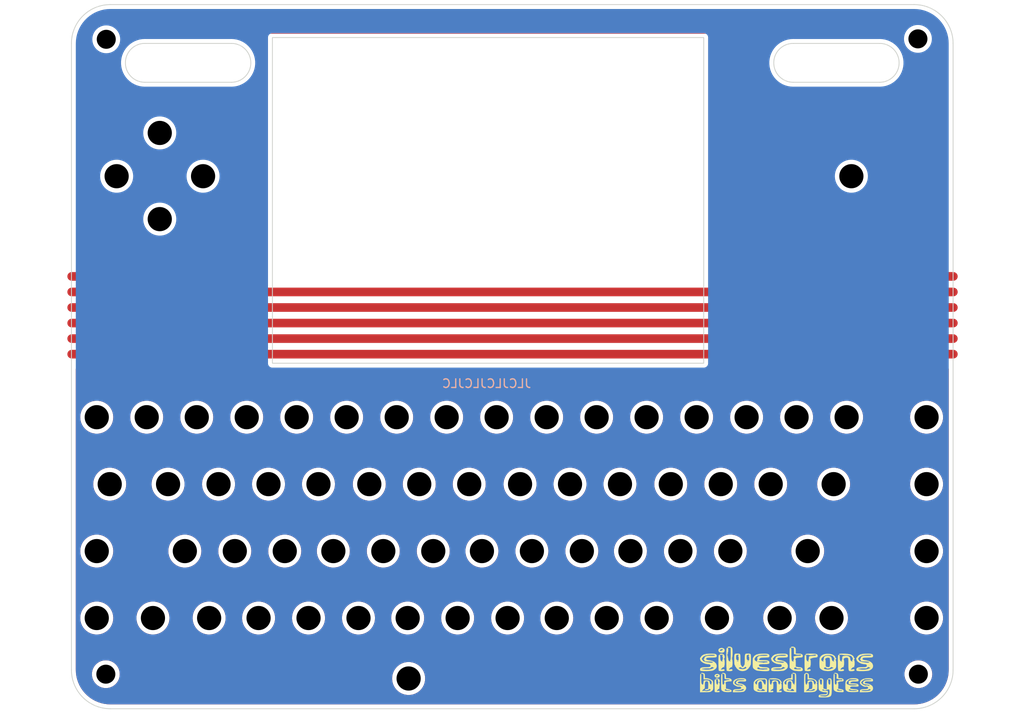
<source format=kicad_pcb>
(kicad_pcb (version 20211014) (generator pcbnew)
  (layers (0 "F.Cu" signal) (31 "B.Cu" signal) (34 "B.Paste" user) (35 "F.Paste" user) (36 "B.SilkS" user "B.Silkscreen") (37 "F.SilkS" user "F.Silkscreen") (38 "B.Mask" user) (39 "F.Mask" user) (44 "Edge.Cuts" user))
  (net 0 "")
  (footprint "Silvestron Components:64-mini-pewpew" (layer "F.Cu") (at 230 79.3)
    (fp_text reference "REF**" hide)
    (fp_text value "64-mini-pewpew")
    (fp_poly (pts (xy -1.702412 -4.688681) (xy -1.434872 -4.679255) (xy -1.278107 -4.657019) (xy -1.202845 -4.616633) (xy -1.179813 -4.552757) (xy -1.178667 -4.520736) (xy -1.193665 -4.433869) (xy -1.262053 -4.3829) (xy -1.418921 -4.358441) (xy -1.699363 -4.351103) (xy -1.813667 -4.350836) (xy -2.448667 -4.350836) (xy -2.448667 -4.053512) (xy -2.438414 -3.863146) (xy -2.375109 -3.778546) (xy -2.209933 -3.756852) (xy -2.11 -3.756188) (xy -1.888432 -3.74194) (xy -1.790508 -3.684354) (xy -1.771333 -3.586288) (xy -1.799734 -3.475133) (xy -1.914523 -3.426007) (xy -2.11 -3.416388) (xy -2.326836 -3.407387) (xy -2.4232 -3.35181) (xy -2.44791 -3.206797) (xy -2.448667 -3.119064) (xy -2.448667 -2.821739) (xy -1.813667 -2.821739) (xy -1.488999 -2.817727) (xy -1.298504 -2.799429) (xy -1.207088 -2.757457) (xy -1.179663 -2.682423) (xy -1.178667 -2.65184) (xy -1.189384 -2.577485) (xy -1.241051 -2.528679) (xy -1.36294 -2.500081) (xy -1.584323 -2.486351) (xy -1.934474 -2.482149) (xy -2.11 -2.48194) (xy -3.041333 -2.48194) (xy -3.041333 -4.690636) (xy -2.11 -4.690636)) (layer "F.Cu") (width 0) (fill solid))
    (fp_poly (pts (xy -0.308632 2.702839) (xy -0.083669 2.716146) (xy 0.036449 2.747108) (xy 0.083954 2.80291) (xy 0.091333 2.869899) (xy 0.151202 3.011877) (xy 0.260667 3.039799) (xy 0.377375 3.073058) (xy 0.424465 3.202898) (xy 0.43 3.337123) (xy 0.411058 3.542046) (xy 0.337111 3.624729) (xy 0.260667 3.634448) (xy 0.119162 3.694516) (xy 0.091333 3.804348) (xy 0.071121 3.902532) (xy -0.016268 3.953681) (xy -0.210965 3.972435) (xy -0.374333 3.974247) (xy -0.84 3.974247) (xy -0.84 4.908695) (xy -1.432667 4.908695) (xy -1.432667 3.337123) (xy -0.84 3.337123) (xy -0.829747 3.52749) (xy -0.766443 3.61209) (xy -0.601266 3.633783) (xy -0.501333 3.634448) (xy -0.284497 3.625447) (xy -0.188134 3.56987) (xy -0.163424 3.424857) (xy -0.162667 3.337123) (xy -0.17292 3.146757) (xy -0.236224 3.062157) (xy -0.401401 3.040464) (xy -0.501333 3.039799) (xy -0.71817 3.0488) (xy -0.814533 3.104377) (xy -0.839243 3.24939) (xy -0.84 3.337123) (xy -1.432667 3.337123) (xy -1.432667 2.7) (xy -0.670667 2.7)) (layer "F.Cu") (width 0) (fill solid))
    (fp_poly (pts (xy -4.118632 -4.687797) (xy -3.893669 -4.67449) (xy -3.773551 -4.643528) (xy -3.726046 -4.587726) (xy -3.718667 -4.520736) (xy -3.658798 -4.378759) (xy -3.549333 -4.350836) (xy -3.432625 -4.317577) (xy -3.385535 -4.187737) (xy -3.38 -4.053512) (xy -3.398942 -3.84859) (xy -3.472889 -3.765907) (xy -3.549333 -3.756188) (xy -3.690838 -3.696119) (xy -3.718667 -3.586288) (xy -3.738879 -3.488103) (xy -3.826268 -3.436955) (xy -4.020965 -3.4182) (xy -4.184333 -3.416388) (xy -4.65 -3.416388) (xy -4.65 -2.48194) (xy -5.242667 -2.48194) (xy -5.242667 -4.053512) (xy -4.65 -4.053512) (xy -4.639747 -3.863146) (xy -4.576443 -3.778546) (xy -4.411266 -3.756852) (xy -4.311333 -3.756188) (xy -4.094497 -3.765189) (xy -3.998134 -3.820766) (xy -3.973424 -3.965779) (xy -3.972667 -4.053512) (xy -3.98292 -4.243878) (xy -4.046224 -4.328478) (xy -4.211401 -4.350172) (xy -4.311333 -4.350836) (xy -4.52817 -4.341835) (xy -4.624533 -4.286258) (xy -4.649243 -4.141245) (xy -4.65 -4.053512) (xy -5.242667 -4.053512) (xy -5.242667 -4.690636) (xy -4.480667 -4.690636)) (layer "F.Cu") (width 0) (fill solid))
    (fp_poly (pts (xy 2.107588 2.701955) (xy 2.375128 2.71138) (xy 2.531893 2.733616) (xy 2.607155 2.774002) (xy 2.630187 2.837879) (xy 2.631333 2.869899) (xy 2.616335 2.956767) (xy 2.547947 3.007736) (xy 2.391079 3.032195) (xy 2.110637 3.039533) (xy 1.996333 3.039799) (xy 1.361333 3.039799) (xy 1.361333 3.337123) (xy 1.371586 3.52749) (xy 1.434891 3.61209) (xy 1.600067 3.633783) (xy 1.7 3.634448) (xy 1.921568 3.648695) (xy 2.019492 3.706282) (xy 2.038667 3.804348) (xy 2.010266 3.915502) (xy 1.895477 3.964628) (xy 1.7 3.974247) (xy 1.483164 3.983248) (xy 1.3868 4.038825) (xy 1.36209 4.183838) (xy 1.361333 4.271572) (xy 1.361333 4.568896) (xy 1.996333 4.568896) (xy 2.321001 4.572909) (xy 2.511496 4.591207) (xy 2.602912 4.633178) (xy 2.630337 4.708213) (xy 2.631333 4.738796) (xy 2.620616 4.81315) (xy 2.568949 4.861957) (xy 2.44706 4.890555) (xy 2.225677 4.904285) (xy 1.875526 4.908486) (xy 1.7 4.908695) (xy 0.768667 4.908695) (xy 0.768667 2.7) (xy 1.7 2.7)) (layer "F.Cu") (width 0) (fill solid))
    (fp_poly (pts (xy 3.478 3.337123) (xy 3.481999 3.662877) (xy 3.500236 3.85401) (xy 3.542068 3.94573) (xy 3.616852 3.973248) (xy 3.647333 3.974247) (xy 3.788837 3.914179) (xy 3.816667 3.804348) (xy 3.876535 3.66237) (xy 3.986 3.634448) (xy 4.127504 3.694516) (xy 4.155333 3.804348) (xy 4.208273 3.942713) (xy 4.282333 3.974247) (xy 4.349322 3.940872) (xy 4.388644 3.820265) (xy 4.406423 3.5817) (xy 4.409333 3.337123) (xy 4.409333 2.7) (xy 5.086667 2.7) (xy 5.086667 4.908695) (xy 4.748 4.908695) (xy 4.526432 4.894448) (xy 4.428507 4.836861) (xy 4.409333 4.738796) (xy 4.356394 4.60043) (xy 4.282333 4.568896) (xy 4.170085 4.500896) (xy 4.155333 4.441471) (xy 4.084747 4.337697) (xy 3.986 4.314047) (xy 3.848096 4.367163) (xy 3.816667 4.441471) (xy 3.74608 4.545245) (xy 3.647333 4.568896) (xy 3.505829 4.628965) (xy 3.478 4.738796) (xy 3.444852 4.855894) (xy 3.315444 4.903142) (xy 3.181667 4.908695) (xy 2.885333 4.908695) (xy 2.885333 2.7) (xy 3.478 2.7)) (layer "F.Cu") (width 0) (fill solid))
    (fp_poly (pts (xy -0.332 -4.053512) (xy -0.328001 -3.727759) (xy -0.309764 -3.536626) (xy -0.267932 -3.444905) (xy -0.193148 -3.417388) (xy -0.162667 -3.416388) (xy -0.021163 -3.476457) (xy 0.006667 -3.586288) (xy 0.066535 -3.728265) (xy 0.176 -3.756188) (xy 0.317504 -3.696119) (xy 0.345333 -3.586288) (xy 0.398273 -3.447922) (xy 0.472333 -3.416388) (xy 0.539322 -3.449763) (xy 0.578644 -3.57037) (xy 0.596423 -3.808935) (xy 0.599333 -4.053512) (xy 0.599333 -4.690636) (xy 1.276667 -4.690636) (xy 1.276667 -2.48194) (xy 0.938 -2.48194) (xy 0.716432 -2.496188) (xy 0.618507 -2.553774) (xy 0.599333 -2.65184) (xy 0.546394 -2.790205) (xy 0.472333 -2.821739) (xy 0.360085 -2.889739) (xy 0.345333 -2.949164) (xy 0.274747 -3.052938) (xy 0.176 -3.076589) (xy 0.038096 -3.023472) (xy 0.006667 -2.949164) (xy -0.06392 -2.84539) (xy -0.162667 -2.821739) (xy -0.304171 -2.761671) (xy -0.332 -2.65184) (xy -0.365148 -2.534741) (xy -0.494556 -2.487494) (xy -0.628333 -2.48194) (xy -0.924667 -2.48194) (xy -0.924667 -4.690636) (xy -0.332 -4.690636)) (layer "F.Cu") (width 0) (fill solid))
    (pad "" np_thru_hole circle (at 0 0) (size 2.8 2.8) (drill 2.8) (layers *.Mask))
  )
  (footprint "Silvestron Components:MountingHole_2.2mm_M2_NoPad" (layer "F.Cu") (at 237.7 63.4)
    (fp_text reference "REF**" hide)
    (fp_text value "MountingHole_2.2mm_M2_NoPad")
    (pad "" np_thru_hole circle (at 0 0) (size 2.6 2.6) (drill 2.2) (layers *.Mask))
  )
  (footprint "Silvestron Components:64-mini-dpad" (layer "F.Cu") (at 150 79.3)
    (fp_text reference "REF**" hide)
    (fp_text value "64-mini-dpad")
    (fp_circle (center 0 0) (end 1.4 0) (layer "F.Cu") (width 0.1) (fill solid))
    (fp_circle (center 0 0) (end 8.000005 0) (layer "F.Cu") (width 0.15) (fill none))
    (fp_poly (pts (xy 2.442851 2.336423) (xy 7.592851 2.336423) (xy 7.092851 3.536425) (xy 6.292852 4.786424) (xy 5.292851 5.886423) (xy 4.142851 6.736424) (xy 3.192852 7.236423) (xy 2.442851 7.486423)) (layer "F.Cu") (width 0.2) (fill solid))
    (fp_poly (pts (xy -2.407149 -2.400002) (xy -7.557149 -2.400002) (xy -7.057149 -3.600002) (xy -6.257149 -4.850002) (xy -5.257149 -5.950002) (xy -4.107149 -6.800002) (xy -3.157149 -7.300002) (xy -2.407149 -7.550002)) (layer "F.Cu") (width 0.2) (fill solid))
    (fp_poly (pts (xy -2.407149 2.399998) (xy -2.407149 7.549998) (xy -3.607151 7.049998) (xy -4.85715 6.249999) (xy -5.957149 5.249998) (xy -6.80715 4.099998) (xy -7.307149 3.149999) (xy -7.557149 2.399998)) (layer "F.Cu") (width 0.2) (fill solid))
    (fp_poly (pts (xy 2.382276 -2.437838) (xy 2.382276 -7.587838) (xy 3.582277 -7.087838) (xy 4.832277 -6.287838) (xy 5.932276 -5.287838) (xy 6.782276 -4.137838) (xy 7.282276 -3.187838) (xy 7.532276 -2.437838)) (layer "F.Cu") (width 0.2) (fill solid))
    (pad "" np_thru_hole circle (at -5 0) (size 2.8 2.8) (drill 2.8) (layers *.Mask))
    (pad "" np_thru_hole circle (at -0.010997 -5.008935) (size 2.8 2.8) (drill 2.8) (layers *.Mask))
    (pad "" np_thru_hole circle (at -0.010997 4.967116) (size 2.8 2.8) (drill 2.8) (layers *.Mask))
    (pad "" np_thru_hole circle (at 5 0) (size 2.8 2.8) (drill 2.8) (layers *.Mask))
  )
  (footprint "Silvestron Components:64-mini-keyboard" (layer "F.Cu") (at 190.75 100.15)
    (fp_text reference "REF**" hide)
    (fp_text value "64-mini-keyboard")
    (pad "" np_thru_hole circle (at 34.2 22.55) (size 2.8 2.8) (drill 2.8) (layers *.Mask))
    (pad "" np_thru_hole circle (at 27.13 7.05) (size 2.8 2.8) (drill 2.8) (layers *.Mask))
    (pad "" np_thru_hole circle (at -7.57 7.05) (size 2.8 2.8) (drill 2.8) (layers *.Mask))
    (pad "" np_thru_hole circle (at -46.55 14.8) (size 2.8 2.8) (drill 2.8) (layers *.Mask))
    (pad "" np_thru_hole circle (at -4.96 14.8) (size 2.8 2.8) (drill 2.8) (layers *.Mask))
    (pad "" np_thru_hole circle (at -22.400001 14.8) (size 2.8 2.8) (drill 2.8) (layers *.Mask))
    (pad "" np_thru_hole circle (at -33.96 14.8) (size 2.8 2.8) (drill 2.8) (layers *.Mask))
    (pad "" np_thru_hole circle (at -13.35 7.05) (size 2.8 2.8) (drill 2.8) (layers *.Mask))
    (pad "" np_thru_hole circle (at -6.299999 30.3) (size 2.8 2.8) (drill 2.8) (layers *.Mask))
    (pad "" np_thru_hole circle (at 15.56 7.05) (size 2.8 2.8) (drill 2.8) (layers *.Mask))
    (pad "" np_thru_hole circle (at 13.69 22.55) (size 2.8 2.8) (drill 2.8) (layers *.Mask))
    (pad "" np_thru_hole circle (at 23.7 30.3) (size 2.8 2.8) (drill 2.8) (layers *.Mask))
    (pad "" np_thru_hole circle (at -39.800001 14.8) (size 2.8 2.8) (drill 2.8) (layers *.Mask))
    (pad "" np_thru_hole circle (at 24.14 14.8) (size 2.8 2.8) (drill 2.8) (layers *.Mask))
    (pad "" np_thru_hole circle (at -26.3 22.55) (size 2.8 2.8) (drill 2.8) (layers *.Mask))
    (pad "" np_thru_hole circle (at 47.95 14.8) (size 2.8 2.8) (drill 2.8) (layers *.Mask))
    (pad "" np_thru_hole circle (at -37.86 22.55) (size 2.8 2.8) (drill 2.8) (layers *.Mask))
    (pad "" np_thru_hole circle (at -19.14 7.05) (size 2.8 2.8) (drill 2.8) (layers *.Mask))
    (pad "" np_thru_hole circle (at 10.950001 30.3) (size 2.8 2.8) (drill 2.8) (layers *.Mask))
    (pad "" np_thru_hole circle (at -28.18 14.8) (size 2.8 2.8) (drill 2.8) (layers *.Mask))
    (pad "" np_thru_hole circle (at -48.05 30.3) (size 2.8 2.8) (drill 2.8) (layers *.Mask))
    (pad "" np_thru_hole circle (at -16.52 14.8) (size 2.8 2.8) (drill 2.8) (layers *.Mask))
    (pad "" np_thru_hole circle (at -48.05 22.55) (size 2.8 2.8) (drill 2.8) (layers *.Mask))
    (pad "" np_thru_hole circle (at 37.200001 14.8) (size 2.8 2.8) (drill 2.8) (layers *.Mask))
    (pad "" np_thru_hole circle (at -3.49 22.55) (size 2.8 2.8) (drill 2.8) (layers *.Mask))
    (pad "" np_thru_hole circle (at 47.95 30.3) (size 2.8 2.8) (drill 2.8) (layers *.Mask))
    (pad "" np_thru_hole circle (at -29.330001 30.3) (size 2.8 2.8) (drill 2.8) (layers *.Mask))
    (pad "" np_thru_hole circle (at 30.95 30.3) (size 2.8 2.8) (drill 2.8) (layers *.Mask))
    (pad "" np_thru_hole circle (at -0.52 30.3) (size 2.8 2.8) (drill 2.8) (layers *.Mask))
    (pad "" np_thru_hole circle (at -17.77 30.3) (size 2.8 2.8) (drill 2.8) (layers *.Mask))
    (pad "" np_thru_hole circle (at 12.48 14.8) (size 2.8 2.8) (drill 2.8) (layers *.Mask))
    (pad "" np_thru_hole circle (at 38.7 7.05) (size 2.8 2.8) (drill 2.8) (layers *.Mask))
    (pad "" np_thru_hole circle (at 2.289999 22.55) (size 2.8 2.8) (drill 2.8) (layers *.Mask))
    (pad "" np_thru_hole circle (at -11.97 37.3) (size 2.8 2.8) (drill 2.8) (layers *.Mask))
    (pad "" np_thru_hole circle (at 29.92 14.8) (size 2.8 2.8) (drill 2.8) (layers *.Mask))
    (pad "" np_thru_hole circle (at 36.95 30.3) (size 2.8 2.8) (drill 2.8) (layers *.Mask))
    (pad "" np_thru_hole circle (at 47.95 7.05) (size 2.8 2.8) (drill 2.8) (layers *.Mask))
    (pad "" np_thru_hole circle (at 32.91 7.05) (size 2.8 2.8) (drill 2.8) (layers *.Mask))
    (pad "" np_thru_hole circle (at -42.27 7.05) (size 2.8 2.8) (drill 2.8) (layers *.Mask))
    (pad "" np_thru_hole circle (at 25.25 22.55) (size 2.8 2.8) (drill 2.8) (layers *.Mask))
    (pad "" np_thru_hole circle (at -48.05 7.05) (size 2.8 2.8) (drill 2.8) (layers *.Mask))
    (pad "" np_thru_hole circle (at -35.05 30.3) (size 2.8 2.8) (drill 2.8) (layers *.Mask))
    (pad "" np_thru_hole circle (at 0.920001 14.8) (size 2.8 2.8) (drill 2.8) (layers *.Mask))
    (pad "" np_thru_hole circle (at -36.48 7.05) (size 2.8 2.8) (drill 2.8) (layers *.Mask))
    (pad "" np_thru_hole circle (at -9.12 22.55) (size 2.8 2.8) (drill 2.8) (layers *.Mask))
    (pad "" np_thru_hole circle (at 16.73 30.3) (size 2.8 2.8) (drill 2.8) (layers *.Mask))
    (pad "" np_thru_hole circle (at 18.36 14.8) (size 2.8 2.8) (drill 2.8) (layers *.Mask))
    (pad "" np_thru_hole circle (at -1.79 7.05) (size 2.8 2.8) (drill 2.8) (layers *.Mask))
    (pad "" np_thru_hole circle (at -24.92 7.05) (size 2.8 2.8) (drill 2.8) (layers *.Mask))
    (pad "" np_thru_hole circle (at -23.549999 30.3) (size 2.8 2.8) (drill 2.8) (layers *.Mask))
    (pad "" np_thru_hole circle (at -20.679999 22.55) (size 2.8 2.8) (drill 2.8) (layers *.Mask))
    (pad "" np_thru_hole circle (at 6.7 14.8) (size 2.8 2.8) (drill 2.8) (layers *.Mask))
    (pad "" np_thru_hole circle (at -12.080001 30.3) (size 2.8 2.8) (drill 2.8) (layers *.Mask))
    (pad "" np_thru_hole circle (at 9.78 7.05) (size 2.8 2.8) (drill 2.8) (layers *.Mask))
    (pad "" np_thru_hole circle (at 5.169999 30.3) (size 2.8 2.8) (drill 2.8) (layers *.Mask))
    (pad "" np_thru_hole circle (at 8.070001 22.55) (size 2.8 2.8) (drill 2.8) (layers *.Mask))
    (pad "" np_thru_hole circle (at 47.95 22.55) (size 2.8 2.8) (drill 2.8) (layers *.Mask))
    (pad "" np_thru_hole circle (at -10.74 14.8) (size 2.8 2.8) (drill 2.8) (layers *.Mask))
    (pad "" np_thru_hole circle (at 21.350001 7.05) (size 2.8 2.8) (drill 2.8) (layers *.Mask))
    (pad "" np_thru_hole circle (at -41.549999 30.3) (size 2.8 2.8) (drill 2.8) (layers *.Mask))
    (pad "" np_thru_hole circle (at -32.08 22.55) (size 2.8 2.8) (drill 2.8) (layers *.Mask))
    (pad "" np_thru_hole circle (at 19.47 22.55) (size 2.8 2.8) (drill 2.8) (layers *.Mask))
    (pad "" np_thru_hole circle (at -30.7 7.05) (size 2.8 2.8) (drill 2.8) (layers *.Mask))
    (pad "" np_thru_hole circle (at 4 7.05) (size 2.8 2.8) (drill 2.8) (layers *.Mask))
    (pad "" np_thru_hole circle (at -14.9 22.55) (size 2.8 2.8) (drill 2.8) (layers *.Mask))
  )
  (footprint "Silvestron Components:sbab-logo-20x6mm" (layer "F.Cu") (at 222.5 136.7)
    (fp_text reference "G***" hide)
    (fp_text value "LOGO" hide)
  )
  (footprint "Silvestron Components:MountingHole_2.2mm_M2_NoPad" (layer "F.Cu") (at 237.75 136.95)
    (fp_text reference "REF**" hide)
    (fp_text value "MountingHole_2.2mm_M2_NoPad")
    (pad "" np_thru_hole circle (at 0 0) (size 2.6 2.6) (drill 2.2) (layers *.Mask))
  )
  (footprint "Silvestron Components:MountingHole_2.2mm_M2_NoPad" (layer "F.Cu") (at 143.8 63.45)
    (fp_text reference "REF**" hide)
    (fp_text value "MountingHole_2.2mm_M2_NoPad")
    (pad "" np_thru_hole circle (at 0 0) (size 2.6 2.6) (drill 2.2) (layers *.Mask))
  )
  (footprint "Silvestron Components:MountingHole_2.2mm_M2_NoPad" (layer "F.Cu") (at 143.75 136.95)
    (fp_text reference "REF**" hide)
    (fp_text value "MountingHole_2.2mm_M2_NoPad")
    (pad "" np_thru_hole circle (at 0 0) (size 2.6 2.6) (drill 2.2) (layers *.Mask))
  )
  (gr_line (start 139.8 92.7) (end 241.8 92.7) (layer "F.Cu") (width 1))
  (gr_line (start 162 62.3) (end 162 90.9) (layer "F.Cu") (width 1))
  (gr_line (start 139.8 96.3) (end 241.8 96.3) (layer "F.Cu") (width 1))
  (gr_line (start 139.8 94.5) (end 241.8 94.5) (layer "F.Cu") (width 1))
  (gr_line (start 139.8 90.9) (end 162 90.9) (layer "F.Cu") (width 1))
  (gr_line (start 214 90.9) (end 241.8 90.9) (layer "F.Cu") (width 1))
  (gr_line (start 139.8 99.9) (end 241.8 99.9) (layer "F.Cu") (width 1))
  (gr_rect (start 213.6 91.3) (end 214.4 90.5) (layer "F.Cu") (width 0.2) (fill none))
  (gr_line (start 214 62.3) (end 162 62.3) (layer "F.Cu") (width 1))
  (gr_line (start 214 90.9) (end 214 62.3) (layer "F.Cu") (width 1))
  (gr_line (start 139.8 98.1) (end 241.8 98.1) (layer "F.Cu") (width 1))
  (gr_rect (start 213.6 62.7) (end 214.4 61.9) (layer "F.Cu") (width 0.2) (fill none))
  (gr_rect (start 162.4 91.3) (end 162 90.8) (layer "F.Cu") (width 0.2) (fill none))
  (gr_rect (start 161.6 62.7) (end 162.4 61.9) (layer "F.Cu") (width 0.2) (fill none))
  (gr_line (start 223.268907 68.425003) (end 233.293905 68.424863) (layer "Edge.Cuts") (width 0.1))
  (gr_line (start 144.268872 140.950001) (end 237.268872 140.950002) (layer "Edge.Cuts") (width 0.1))
  (gr_arc (start 237.268872 59.431974) (mid 240.450854 60.749994) (end 241.768873 63.931977) (layer "Edge.Cuts") (width 0.1))
  (gr_arc (start 144.268872 140.950001) (mid 141.086891 139.631981) (end 139.768872 136.45) (layer "Edge.Cuts") (width 0.1))
  (gr_line (start 148.26884 68.424869) (end 158.293838 68.424729) (layer "Edge.Cuts") (width 0.1))
  (gr_line (start 158.26884 63.924868) (end 148.293295 63.925002) (layer "Edge.Cuts") (width 0.1))
  (gr_arc (start 148.26884 68.424869) (mid 146.018872 66.162641) (end 148.293295 63.925002) (layer "Edge.Cuts") (width 0.1))
  (gr_line (start 139.768872 63.931978) (end 139.768872 136.45) (layer "Edge.Cuts") (width 0.1))
  (gr_arc (start 241.768872 136.450002) (mid 240.45085 139.63198) (end 237.268872 140.950002) (layer "Edge.Cuts") (width 0.1))
  (gr_line (start 233.268907 63.925002) (end 223.293362 63.925136) (layer "Edge.Cuts") (width 0.1))
  (gr_rect (start 212.918872 100.950002) (end 163.018872 63.250002) (layer "Edge.Cuts") (width 0.1) (fill none))
  (gr_line (start 237.268872 59.431974) (end 144.268872 59.431977) (layer "Edge.Cuts") (width 0.1))
  (gr_arc (start 158.26884 63.924868) (mid 160.518805 66.162369) (end 158.293838 68.424729) (layer "Edge.Cuts") (width 0.1))
  (gr_arc (start 139.768872 63.931978) (mid 141.086891 60.749997) (end 144.268872 59.431977) (layer "Edge.Cuts") (width 0.1))
  (gr_line (start 241.768872 136.450002) (end 241.768873 63.931977) (layer "Edge.Cuts") (width 0.1))
  (gr_arc (start 233.268907 63.925002) (mid 235.518872 66.162503) (end 233.293905 68.424863) (layer "Edge.Cuts") (width 0.1))
  (gr_arc (start 223.268907 68.425003) (mid 221.018939 66.162775) (end 223.293362 63.925136) (layer "Edge.Cuts") (width 0.1))
  (gr_text "JLCJLCJLCJLC" (at 187.8 103.3) (layer "B.SilkS") (effects (font (size 1 1)) (justify mirror)))
  (zone (net 0) (net_name "") (layer "F.Cu") (connect_pads yes (clearance 0.508)) (min_thickness 0.254) (fill yes (thermal_gap 0.508) (thermal_bridge_width 0.508))
    (polygon (pts (xy 243.1 141.5) (xy 139.2 141.5) (xy 139.3 101.5) (xy 243.100948 101.5)))
  )
  (zone (net 0) (net_name "") (layer "B.Cu") (connect_pads yes (clearance 0.508)) (min_thickness 0.254) (fill yes (thermal_gap 0.508) (thermal_bridge_width 0.508))
    (polygon (pts (xy 242.4 141.6) (xy 139.3 141.3) (xy 139.3 58.9) (xy 242.4 58.9)))
  )
)
</source>
